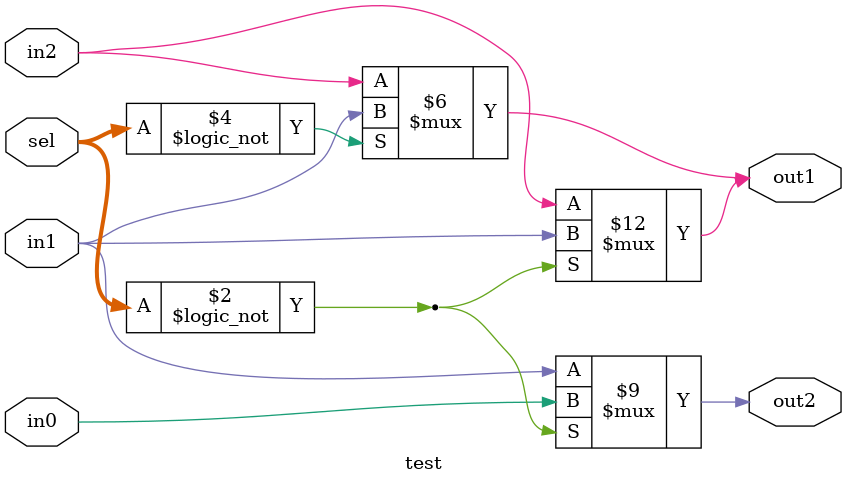
<source format=v>
module test (/*AUTOARG*/
             // Outputs
             out1, out2,
             // Inputs
             sel, in0, in1, in2
             );
   
   input [1:0] sel;
   input       in0, in1, in2;
   
   output      out1;
   output      out2;
   
   reg         out1;
   reg         out2;
   
   // Missing in2
   always @ (/*AS*/in0 or in1 or in2 or sel)
     if (sel == 2'b00)
       begin
          out1  = in1;
          out2  = in0;
       end
     else
       begin
          out1  = in2;
          out2  = in1;
       end
   
   // OK
   always @ (/*AS*/in1 or in2 or sel)
     if (sel == 2'b00)
       out1     = in1;
     else
       out1     = in2;
   
endmodule // test

</source>
